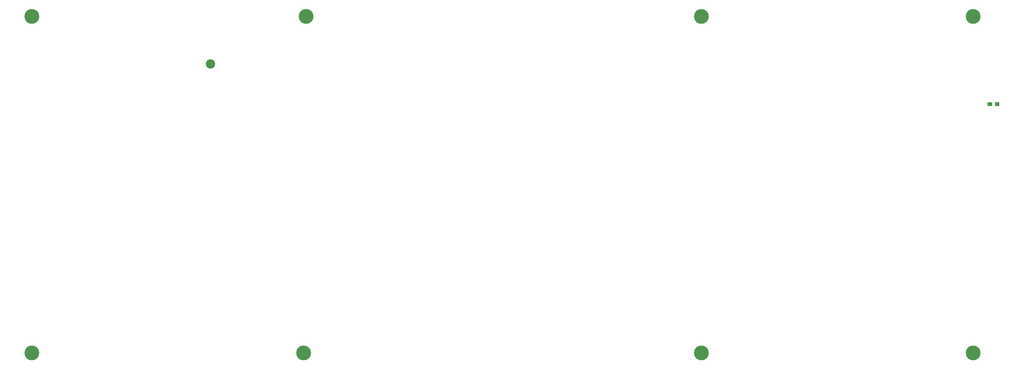
<source format=gbr>
G04 #@! TF.GenerationSoftware,KiCad,Pcbnew,(5.1.4-0)*
G04 #@! TF.CreationDate,2021-10-24T15:44:52-05:00*
G04 #@! TF.ProjectId,bottom_plate,626f7474-6f6d-45f7-906c-6174652e6b69,rev?*
G04 #@! TF.SameCoordinates,Original*
G04 #@! TF.FileFunction,Soldermask,Top*
G04 #@! TF.FilePolarity,Negative*
%FSLAX46Y46*%
G04 Gerber Fmt 4.6, Leading zero omitted, Abs format (unit mm)*
G04 Created by KiCad (PCBNEW (5.1.4-0)) date 2021-10-24 15:44:52*
%MOMM*%
%LPD*%
G04 APERTURE LIST*
%ADD10C,0.100000*%
%ADD11C,0.950000*%
%ADD12C,3.500000*%
%ADD13C,2.200000*%
G04 APERTURE END LIST*
D10*
G36*
X389951468Y-59045048D02*
G01*
X389974523Y-59048467D01*
X389997132Y-59054131D01*
X390019076Y-59061983D01*
X390040146Y-59071948D01*
X390060137Y-59083930D01*
X390078857Y-59097814D01*
X390096127Y-59113466D01*
X390111779Y-59130736D01*
X390125663Y-59149456D01*
X390137645Y-59169447D01*
X390147610Y-59190517D01*
X390155462Y-59212461D01*
X390161126Y-59235070D01*
X390164545Y-59258125D01*
X390165689Y-59281404D01*
X390165689Y-59756404D01*
X390164545Y-59779683D01*
X390161126Y-59802738D01*
X390155462Y-59825347D01*
X390147610Y-59847291D01*
X390137645Y-59868361D01*
X390125663Y-59888352D01*
X390111779Y-59907072D01*
X390096127Y-59924342D01*
X390078857Y-59939994D01*
X390060137Y-59953878D01*
X390040146Y-59965860D01*
X390019076Y-59975825D01*
X389997132Y-59983677D01*
X389974523Y-59989341D01*
X389951468Y-59992760D01*
X389928189Y-59993904D01*
X389353189Y-59993904D01*
X389329910Y-59992760D01*
X389306855Y-59989341D01*
X389284246Y-59983677D01*
X389262302Y-59975825D01*
X389241232Y-59965860D01*
X389221241Y-59953878D01*
X389202521Y-59939994D01*
X389185251Y-59924342D01*
X389169599Y-59907072D01*
X389155715Y-59888352D01*
X389143733Y-59868361D01*
X389133768Y-59847291D01*
X389125916Y-59825347D01*
X389120252Y-59802738D01*
X389116833Y-59779683D01*
X389115689Y-59756404D01*
X389115689Y-59281404D01*
X389116833Y-59258125D01*
X389120252Y-59235070D01*
X389125916Y-59212461D01*
X389133768Y-59190517D01*
X389143733Y-59169447D01*
X389155715Y-59149456D01*
X389169599Y-59130736D01*
X389185251Y-59113466D01*
X389202521Y-59097814D01*
X389221241Y-59083930D01*
X389241232Y-59071948D01*
X389262302Y-59061983D01*
X389284246Y-59054131D01*
X389306855Y-59048467D01*
X389329910Y-59045048D01*
X389353189Y-59043904D01*
X389928189Y-59043904D01*
X389951468Y-59045048D01*
X389951468Y-59045048D01*
G37*
D11*
X389640689Y-59518904D03*
D10*
G36*
X388201468Y-59045048D02*
G01*
X388224523Y-59048467D01*
X388247132Y-59054131D01*
X388269076Y-59061983D01*
X388290146Y-59071948D01*
X388310137Y-59083930D01*
X388328857Y-59097814D01*
X388346127Y-59113466D01*
X388361779Y-59130736D01*
X388375663Y-59149456D01*
X388387645Y-59169447D01*
X388397610Y-59190517D01*
X388405462Y-59212461D01*
X388411126Y-59235070D01*
X388414545Y-59258125D01*
X388415689Y-59281404D01*
X388415689Y-59756404D01*
X388414545Y-59779683D01*
X388411126Y-59802738D01*
X388405462Y-59825347D01*
X388397610Y-59847291D01*
X388387645Y-59868361D01*
X388375663Y-59888352D01*
X388361779Y-59907072D01*
X388346127Y-59924342D01*
X388328857Y-59939994D01*
X388310137Y-59953878D01*
X388290146Y-59965860D01*
X388269076Y-59975825D01*
X388247132Y-59983677D01*
X388224523Y-59989341D01*
X388201468Y-59992760D01*
X388178189Y-59993904D01*
X387603189Y-59993904D01*
X387579910Y-59992760D01*
X387556855Y-59989341D01*
X387534246Y-59983677D01*
X387512302Y-59975825D01*
X387491232Y-59965860D01*
X387471241Y-59953878D01*
X387452521Y-59939994D01*
X387435251Y-59924342D01*
X387419599Y-59907072D01*
X387405715Y-59888352D01*
X387393733Y-59868361D01*
X387383768Y-59847291D01*
X387375916Y-59825347D01*
X387370252Y-59802738D01*
X387366833Y-59779683D01*
X387365689Y-59756404D01*
X387365689Y-59281404D01*
X387366833Y-59258125D01*
X387370252Y-59235070D01*
X387375916Y-59212461D01*
X387383768Y-59190517D01*
X387393733Y-59169447D01*
X387405715Y-59149456D01*
X387419599Y-59130736D01*
X387435251Y-59113466D01*
X387452521Y-59097814D01*
X387471241Y-59083930D01*
X387491232Y-59071948D01*
X387512302Y-59061983D01*
X387534246Y-59054131D01*
X387556855Y-59048467D01*
X387579910Y-59045048D01*
X387603189Y-59043904D01*
X388178189Y-59043904D01*
X388201468Y-59045048D01*
X388201468Y-59045048D01*
G37*
D11*
X387890689Y-59518904D03*
D12*
X319709314Y-118454824D03*
X319709381Y-38682951D03*
X225649927Y-118454824D03*
X226245240Y-38683016D03*
X161356123Y-118454824D03*
X161356322Y-38683016D03*
X384003010Y-38683016D03*
X384003010Y-118454824D03*
D13*
X203623474Y-49993944D03*
M02*

</source>
